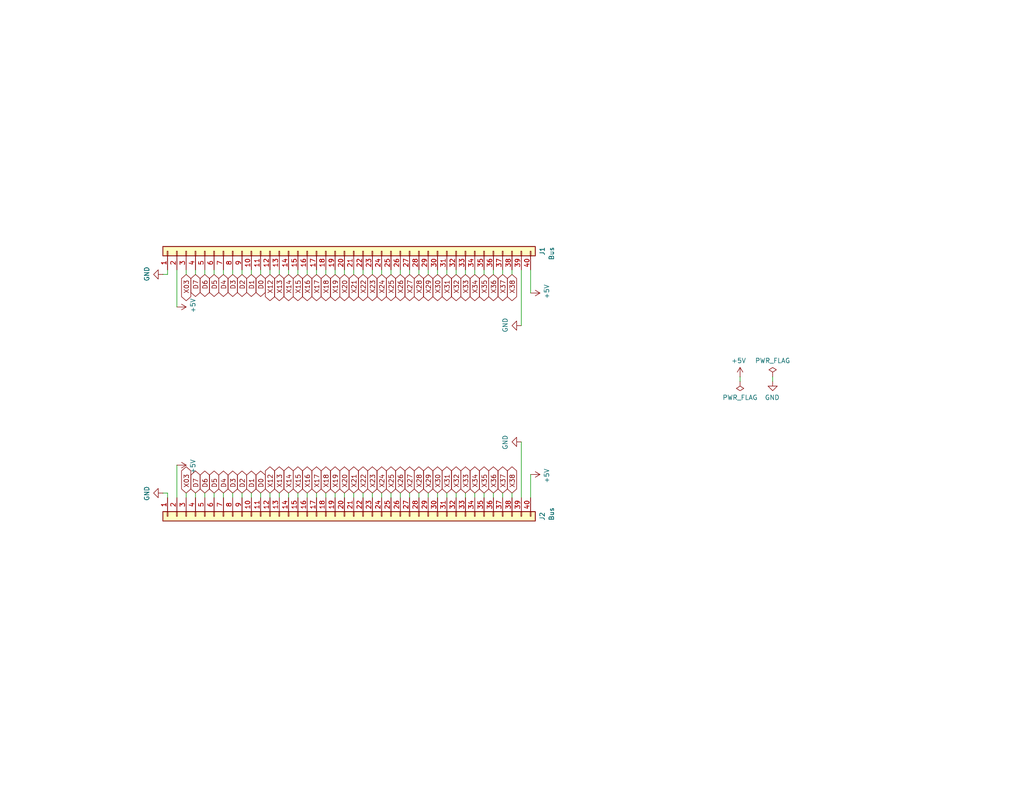
<source format=kicad_sch>
(kicad_sch (version 20231120) (generator "eeschema") (generator_version "8.0")
  (paper "USLetter")
  (title_block (title "SAP-Plus Bus Connector") (date "2024-09-07") (rev "1.0") (company "github.com/TomNisbet/sap-plus"))
  (lib_symbols
    (symbol "Connector_Generic:Conn_01x40" (pin_names (offset 1.016) hide)
      (property "Reference" "J" (at 0 50.8 0))
      (property "Value" "Conn_01x40" (at 0 -53.34 0))
      (symbol "Conn_01x40_1_1"
        (rectangle (start -1.27 -50.673) (end 0 -50.927) (stroke (width 0.1524)))
        (rectangle (start -1.27 -48.133) (end 0 -48.387) (stroke (width 0.1524)))
        (rectangle (start -1.27 -45.593) (end 0 -45.847) (stroke (width 0.1524)))
        (rectangle (start -1.27 -43.053) (end 0 -43.307) (stroke (width 0.1524)))
        (rectangle (start -1.27 -40.513) (end 0 -40.767) (stroke (width 0.1524)))
        (rectangle (start -1.27 -37.973) (end 0 -38.227) (stroke (width 0.1524)))
        (rectangle (start -1.27 -35.433) (end 0 -35.687) (stroke (width 0.1524)))
        (rectangle (start -1.27 -32.893) (end 0 -33.147) (stroke (width 0.1524)))
        (rectangle (start -1.27 -30.353) (end 0 -30.607) (stroke (width 0.1524)))
        (rectangle (start -1.27 -27.813) (end 0 -28.067) (stroke (width 0.1524)))
        (rectangle (start -1.27 -25.273) (end 0 -25.527) (stroke (width 0.1524)))
        (rectangle (start -1.27 -22.733) (end 0 -22.987) (stroke (width 0.1524)))
        (rectangle (start -1.27 -20.193) (end 0 -20.447) (stroke (width 0.1524)))
        (rectangle (start -1.27 -17.653) (end 0 -17.907) (stroke (width 0.1524)))
        (rectangle (start -1.27 -15.113) (end 0 -15.367) (stroke (width 0.1524)))
        (rectangle (start -1.27 -12.573) (end 0 -12.827) (stroke (width 0.1524)))
        (rectangle (start -1.27 -10.033) (end 0 -10.287) (stroke (width 0.1524)))
        (rectangle (start -1.27 -7.493) (end 0 -7.747) (stroke (width 0.1524)))
        (rectangle (start -1.27 -4.953) (end 0 -5.207) (stroke (width 0.1524)))
        (rectangle (start -1.27 -2.413) (end 0 -2.667) (stroke (width 0.1524)))
        (rectangle (start -1.27 0.127) (end 0 -0.127) (stroke (width 0.1524)))
        (rectangle (start -1.27 2.667) (end 0 2.413) (stroke (width 0.1524)))
        (rectangle (start -1.27 5.207) (end 0 4.953) (stroke (width 0.1524)))
        (rectangle (start -1.27 7.747) (end 0 7.493) (stroke (width 0.1524)))
        (rectangle (start -1.27 10.287) (end 0 10.033) (stroke (width 0.1524)))
        (rectangle (start -1.27 12.827) (end 0 12.573) (stroke (width 0.1524)))
        (rectangle (start -1.27 15.367) (end 0 15.113) (stroke (width 0.1524)))
        (rectangle (start -1.27 17.907) (end 0 17.653) (stroke (width 0.1524)))
        (rectangle (start -1.27 20.447) (end 0 20.193) (stroke (width 0.1524)))
        (rectangle (start -1.27 22.987) (end 0 22.733) (stroke (width 0.1524)))
        (rectangle (start -1.27 25.527) (end 0 25.273) (stroke (width 0.1524)))
        (rectangle (start -1.27 28.067) (end 0 27.813) (stroke (width 0.1524)))
        (rectangle (start -1.27 30.607) (end 0 30.353) (stroke (width 0.1524)))
        (rectangle (start -1.27 33.147) (end 0 32.893) (stroke (width 0.1524)))
        (rectangle (start -1.27 35.687) (end 0 35.433) (stroke (width 0.1524)))
        (rectangle (start -1.27 38.227) (end 0 37.973) (stroke (width 0.1524)))
        (rectangle (start -1.27 40.767) (end 0 40.513) (stroke (width 0.1524)))
        (rectangle (start -1.27 43.307) (end 0 43.053) (stroke (width 0.1524)))
        (rectangle (start -1.27 45.847) (end 0 45.593) (stroke (width 0.1524)))
        (rectangle (start -1.27 48.387) (end 0 48.133) (stroke (width 0.1524)))
        (rectangle (start -1.27 49.53) (end 1.27 -52.07) (stroke (width 0.254)) (fill (type background)))
        (pin passive line (at -5.08 48.26 0) (length 3.81) (name "Pin_1") (number "1"))
        (pin passive line (at -5.08 25.4 0) (length 3.81) (name "Pin_10") (number "10"))
        (pin passive line (at -5.08 22.86 0) (length 3.81) (name "Pin_11") (number "11"))
        (pin passive line (at -5.08 20.32 0) (length 3.81) (name "Pin_12") (number "12"))
        (pin passive line (at -5.08 17.78 0) (length 3.81) (name "Pin_13") (number "13"))
        (pin passive line (at -5.08 15.24 0) (length 3.81) (name "Pin_14") (number "14"))
        (pin passive line (at -5.08 12.7 0) (length 3.81) (name "Pin_15") (number "15"))
        (pin passive line (at -5.08 10.16 0) (length 3.81) (name "Pin_16") (number "16"))
        (pin passive line (at -5.08 7.62 0) (length 3.81) (name "Pin_17") (number "17"))
        (pin passive line (at -5.08 5.08 0) (length 3.81) (name "Pin_18") (number "18"))
        (pin passive line (at -5.08 2.54 0) (length 3.81) (name "Pin_19") (number "19"))
        (pin passive line (at -5.08 45.72 0) (length 3.81) (name "Pin_2") (number "2"))
        (pin passive line (at -5.08 0 0) (length 3.81) (name "Pin_20") (number "20"))
        (pin passive line (at -5.08 -2.54 0) (length 3.81) (name "Pin_21") (number "21"))
        (pin passive line (at -5.08 -5.08 0) (length 3.81) (name "Pin_22") (number "22"))
        (pin passive line (at -5.08 -7.62 0) (length 3.81) (name "Pin_23") (number "23"))
        (pin passive line (at -5.08 -10.16 0) (length 3.81) (name "Pin_24") (number "24"))
        (pin passive line (at -5.08 -12.7 0) (length 3.81) (name "Pin_25") (number "25"))
        (pin passive line (at -5.08 -15.24 0) (length 3.81) (name "Pin_26") (number "26"))
        (pin passive line (at -5.08 -17.78 0) (length 3.81) (name "Pin_27") (number "27"))
        (pin passive line (at -5.08 -20.32 0) (length 3.81) (name "Pin_28") (number "28"))
        (pin passive line (at -5.08 -22.86 0) (length 3.81) (name "Pin_29") (number "29"))
        (pin passive line (at -5.08 43.18 0) (length 3.81) (name "Pin_3") (number "3"))
        (pin passive line (at -5.08 -25.4 0) (length 3.81) (name "Pin_30") (number "30"))
        (pin passive line (at -5.08 -27.94 0) (length 3.81) (name "Pin_31") (number "31"))
        (pin passive line (at -5.08 -30.48 0) (length 3.81) (name "Pin_32") (number "32"))
        (pin passive line (at -5.08 -33.02 0) (length 3.81) (name "Pin_33") (number "33"))
        (pin passive line (at -5.08 -35.56 0) (length 3.81) (name "Pin_34") (number "34"))
        (pin passive line (at -5.08 -38.1 0) (length 3.81) (name "Pin_35") (number "35"))
        (pin passive line (at -5.08 -40.64 0) (length 3.81) (name "Pin_36") (number "36"))
        (pin passive line (at -5.08 -43.18 0) (length 3.81) (name "Pin_37") (number "37"))
        (pin passive line (at -5.08 -45.72 0) (length 3.81) (name "Pin_38") (number "38"))
        (pin passive line (at -5.08 -48.26 0) (length 3.81) (name "Pin_39") (number "39"))
        (pin passive line (at -5.08 40.64 0) (length 3.81) (name "Pin_4") (number "4"))
        (pin passive line (at -5.08 -50.8 0) (length 3.81) (name "Pin_40") (number "40"))
        (pin passive line (at -5.08 38.1 0) (length 3.81) (name "Pin_5") (number "5"))
        (pin passive line (at -5.08 35.56 0) (length 3.81) (name "Pin_6") (number "6"))
        (pin passive line (at -5.08 33.02 0) (length 3.81) (name "Pin_7") (number "7"))
        (pin passive line (at -5.08 30.48 0) (length 3.81) (name "Pin_8") (number "8"))
        (pin passive line (at -5.08 27.94 0) (length 3.81) (name "Pin_9") (number "9"))
      )
    )
    (symbol "power:+5V" (power) (pin_numbers hide) (pin_names (offset 0) hide)
      (property "Value" "+5V" (at 0 3.556 0))
      (symbol "+5V_0_1"
        (polyline (pts (xy -0.762 1.27) (xy 0 2.54)))
        (polyline (pts (xy 0 0) (xy 0 2.54)))
        (polyline (pts (xy 0 2.54) (xy 0.762 1.27)))
      )
      (symbol "+5V_1_1"
        (pin power_in line (at 0 0 90) (length 0) (name "~") (number "1"))
      )
    )
    (symbol "power:GND" (power) (pin_numbers hide) (pin_names (offset 0) hide)
      (property "Value" "GND" (at 0 -3.81 0))
      (symbol "GND_0_1"
        (polyline (pts (xy 0 0) (xy 0 -1.27) (xy 1.27 -1.27) (xy 0 -2.54) (xy -1.27 -1.27) (xy 0 -1.27)))
      )
      (symbol "GND_1_1"
        (pin power_in line (at 0 0 270) (length 0) (name "~") (number "1"))
      )
    )
    (symbol "power:PWR_FLAG" (power) (pin_numbers hide) (pin_names (offset 0) hide)
      (property "Value" "PWR_FLAG" (at 0 3.81 0))
      (symbol "PWR_FLAG_0_0"
        (pin power_out line (at 0 0 90) (length 0) (name "~") (number "1"))
      )
      (symbol "PWR_FLAG_0_1"
        (polyline (pts (xy 0 0) (xy 0 1.27) (xy -1.016 1.905) (xy 0 2.54) (xy 1.016 1.905) (xy 0 1.27)))
      )
    )
  )
  (wire (pts (xy 137.16 73.66) (xy 137.16 74.93)))
  (wire (pts (xy 86.36 134.62) (xy 86.36 135.89)))
  (wire (pts (xy 45.72 134.62) (xy 45.72 135.89)))
  (wire (pts (xy 48.26 73.66) (xy 48.26 83.82)))
  (wire (pts (xy 106.68 134.62) (xy 106.68 135.89)))
  (wire (pts (xy 68.58 74.93) (xy 68.58 73.66)))
  (wire (pts (xy 127 74.93) (xy 127 73.66)))
  (wire (pts (xy 111.76 74.93) (xy 111.76 73.66)))
  (wire (pts (xy 104.14 74.93) (xy 104.14 73.66)))
  (wire (pts (xy 119.38 134.62) (xy 119.38 135.89)))
  (wire (pts (xy 104.14 134.62) (xy 104.14 135.89)))
  (wire (pts (xy 58.42 134.62) (xy 58.42 135.89)))
  (wire (pts (xy 134.62 134.62) (xy 134.62 135.89)))
  (wire (pts (xy 60.96 74.93) (xy 60.96 73.66)))
  (wire (pts (xy 201.93 102.87) (xy 201.93 104.14)))
  (wire (pts (xy 55.88 74.93) (xy 55.88 73.66)))
  (wire (pts (xy 99.06 134.62) (xy 99.06 135.89)))
  (wire (pts (xy 144.78 129.54) (xy 144.78 135.89)))
  (wire (pts (xy 50.8 74.93) (xy 50.8 73.66)))
  (wire (pts (xy 142.24 135.89) (xy 142.24 120.65)))
  (wire (pts (xy 71.12 134.62) (xy 71.12 135.89)))
  (wire (pts (xy 99.06 74.93) (xy 99.06 73.66)))
  (wire (pts (xy 78.74 74.93) (xy 78.74 73.66)))
  (wire (pts (xy 119.38 74.93) (xy 119.38 73.66)))
  (wire (pts (xy 91.44 74.93) (xy 91.44 73.66)))
  (wire (pts (xy 127 134.62) (xy 127 135.89)))
  (wire (pts (xy 50.8 134.62) (xy 50.8 135.89)))
  (wire (pts (xy 66.04 74.93) (xy 66.04 73.66)))
  (wire (pts (xy 129.54 134.62) (xy 129.54 135.89)))
  (wire (pts (xy 60.96 134.62) (xy 60.96 135.89)))
  (wire (pts (xy 44.45 74.93) (xy 45.72 74.93)))
  (wire (pts (xy 101.6 74.93) (xy 101.6 73.66)))
  (wire (pts (xy 124.46 134.62) (xy 124.46 135.89)))
  (wire (pts (xy 129.54 73.66) (xy 129.54 74.93)))
  (wire (pts (xy 78.74 134.62) (xy 78.74 135.89)))
  (wire (pts (xy 63.5 74.93) (xy 63.5 73.66)))
  (wire (pts (xy 93.98 74.93) (xy 93.98 73.66)))
  (wire (pts (xy 71.12 74.93) (xy 71.12 73.66)))
  (wire (pts (xy 121.92 134.62) (xy 121.92 135.89)))
  (wire (pts (xy 76.2 74.93) (xy 76.2 73.66)))
  (wire (pts (xy 132.08 73.66) (xy 132.08 74.93)))
  (wire (pts (xy 109.22 74.93) (xy 109.22 73.66)))
  (wire (pts (xy 73.66 134.62) (xy 73.66 135.89)))
  (wire (pts (xy 66.04 134.62) (xy 66.04 135.89)))
  (wire (pts (xy 114.3 134.62) (xy 114.3 135.89)))
  (wire (pts (xy 53.34 134.62) (xy 53.34 135.89)))
  (wire (pts (xy 106.68 74.93) (xy 106.68 73.66)))
  (wire (pts (xy 142.24 73.66) (xy 142.24 88.9)))
  (wire (pts (xy 63.5 134.62) (xy 63.5 135.89)))
  (wire (pts (xy 86.36 74.93) (xy 86.36 73.66)))
  (wire (pts (xy 116.84 134.62) (xy 116.84 135.89)))
  (wire (pts (xy 210.82 102.87) (xy 210.82 104.14)))
  (wire (pts (xy 111.76 134.62) (xy 111.76 135.89)))
  (wire (pts (xy 88.9 134.62) (xy 88.9 135.89)))
  (wire (pts (xy 53.34 74.93) (xy 53.34 73.66)))
  (wire (pts (xy 55.88 134.62) (xy 55.88 135.89)))
  (wire (pts (xy 68.58 134.62) (xy 68.58 135.89)))
  (wire (pts (xy 83.82 74.93) (xy 83.82 73.66)))
  (wire (pts (xy 121.92 74.93) (xy 121.92 73.66)))
  (wire (pts (xy 45.72 74.93) (xy 45.72 73.66)))
  (wire (pts (xy 144.78 80.01) (xy 144.78 73.66)))
  (wire (pts (xy 88.9 74.93) (xy 88.9 73.66)))
  (wire (pts (xy 81.28 74.93) (xy 81.28 73.66)))
  (wire (pts (xy 81.28 134.62) (xy 81.28 135.89)))
  (wire (pts (xy 58.42 74.93) (xy 58.42 73.66)))
  (wire (pts (xy 48.26 135.89) (xy 48.26 127)))
  (wire (pts (xy 44.45 134.62) (xy 45.72 134.62)))
  (wire (pts (xy 124.46 74.93) (xy 124.46 73.66)))
  (wire (pts (xy 109.22 134.62) (xy 109.22 135.89)))
  (wire (pts (xy 134.62 73.66) (xy 134.62 74.93)))
  (wire (pts (xy 91.44 134.62) (xy 91.44 135.89)))
  (wire (pts (xy 139.7 73.66) (xy 139.7 74.93)))
  (wire (pts (xy 137.16 134.62) (xy 137.16 135.89)))
  (wire (pts (xy 73.66 74.93) (xy 73.66 73.66)))
  (wire (pts (xy 116.84 74.93) (xy 116.84 73.66)))
  (wire (pts (xy 101.6 134.62) (xy 101.6 135.89)))
  (wire (pts (xy 139.7 134.62) (xy 139.7 135.89)))
  (wire (pts (xy 96.52 134.62) (xy 96.52 135.89)))
  (wire (pts (xy 83.82 134.62) (xy 83.82 135.89)))
  (wire (pts (xy 76.2 134.62) (xy 76.2 135.89)))
  (wire (pts (xy 114.3 74.93) (xy 114.3 73.66)))
  (wire (pts (xy 96.52 74.93) (xy 96.52 73.66)))
  (wire (pts (xy 132.08 134.62) (xy 132.08 135.89)))
  (wire (pts (xy 93.98 134.62) (xy 93.98 135.89)))
  (global_label "D7" (shape bidirectional) (at 53.34 134.62 90) (property "Intersheetrefs" "${INTERSHEET_REFS}" (effects (hide yes))))
  (global_label "X38" (shape bidirectional) (at 139.7 74.93 270) (property "Intersheetrefs" "${INTERSHEET_REFS}" (effects (hide yes))))
  (global_label "D6" (shape bidirectional) (at 55.88 74.93 270) (property "Intersheetrefs" "${INTERSHEET_REFS}" (effects (hide yes))))
  (global_label "X19" (shape bidirectional) (at 91.44 134.62 90) (property "Intersheetrefs" "${INTERSHEET_REFS}" (effects (hide yes))))
  (global_label "X23" (shape bidirectional) (at 101.6 134.62 90) (property "Intersheetrefs" "${INTERSHEET_REFS}" (effects (hide yes))))
  (global_label "X36" (shape bidirectional) (at 134.62 74.93 270) (property "Intersheetrefs" "${INTERSHEET_REFS}" (effects (hide yes))))
  (global_label "X37" (shape bidirectional) (at 137.16 134.62 90) (property "Intersheetrefs" "${INTERSHEET_REFS}" (effects (hide yes))))
  (global_label "X12" (shape bidirectional) (at 73.66 74.93 270) (property "Intersheetrefs" "${INTERSHEET_REFS}" (effects (hide yes))))
  (global_label "X32" (shape bidirectional) (at 124.46 134.62 90) (property "Intersheetrefs" "${INTERSHEET_REFS}" (effects (hide yes))))
  (global_label "D4" (shape bidirectional) (at 60.96 134.62 90) (property "Intersheetrefs" "${INTERSHEET_REFS}" (effects (hide yes))))
  (global_label "X38" (shape bidirectional) (at 139.7 134.62 90) (property "Intersheetrefs" "${INTERSHEET_REFS}" (effects (hide yes))))
  (global_label "X30" (shape bidirectional) (at 119.38 74.93 270) (property "Intersheetrefs" "${INTERSHEET_REFS}" (effects (hide yes))))
  (global_label "X13" (shape bidirectional) (at 76.2 74.93 270) (property "Intersheetrefs" "${INTERSHEET_REFS}" (effects (hide yes))))
  (global_label "X16" (shape bidirectional) (at 83.82 134.62 90) (property "Intersheetrefs" "${INTERSHEET_REFS}" (effects (hide yes))))
  (global_label "X22" (shape bidirectional) (at 99.06 74.93 270) (property "Intersheetrefs" "${INTERSHEET_REFS}" (effects (hide yes))))
  (global_label "X31" (shape bidirectional) (at 121.92 74.93 270) (property "Intersheetrefs" "${INTERSHEET_REFS}" (effects (hide yes))))
  (global_label "X35" (shape bidirectional) (at 132.08 134.62 90) (property "Intersheetrefs" "${INTERSHEET_REFS}" (effects (hide yes))))
  (global_label "X30" (shape bidirectional) (at 119.38 134.62 90) (property "Intersheetrefs" "${INTERSHEET_REFS}" (effects (hide yes))))
  (global_label "X26" (shape bidirectional) (at 109.22 74.93 270) (property "Intersheetrefs" "${INTERSHEET_REFS}" (effects (hide yes))))
  (global_label "D5" (shape bidirectional) (at 58.42 134.62 90) (property "Intersheetrefs" "${INTERSHEET_REFS}" (effects (hide yes))))
  (global_label "D1" (shape bidirectional) (at 68.58 134.62 90) (property "Intersheetrefs" "${INTERSHEET_REFS}" (effects (hide yes))))
  (global_label "X20" (shape bidirectional) (at 93.98 74.93 270) (property "Intersheetrefs" "${INTERSHEET_REFS}" (effects (hide yes))))
  (global_label "X32" (shape bidirectional) (at 124.46 74.93 270) (property "Intersheetrefs" "${INTERSHEET_REFS}" (effects (hide yes))))
  (global_label "D7" (shape bidirectional) (at 53.34 74.93 270) (property "Intersheetrefs" "${INTERSHEET_REFS}" (effects (hide yes))))
  (global_label "X34" (shape bidirectional) (at 129.54 74.93 270) (property "Intersheetrefs" "${INTERSHEET_REFS}" (effects (hide yes))))
  (global_label "X18" (shape bidirectional) (at 88.9 134.62 90) (property "Intersheetrefs" "${INTERSHEET_REFS}" (effects (hide yes))))
  (global_label "D6" (shape bidirectional) (at 55.88 134.62 90) (property "Intersheetrefs" "${INTERSHEET_REFS}" (effects (hide yes))))
  (global_label "D0" (shape bidirectional) (at 71.12 134.62 90) (property "Intersheetrefs" "${INTERSHEET_REFS}" (effects (hide yes))))
  (global_label "X24" (shape bidirectional) (at 104.14 74.93 270) (property "Intersheetrefs" "${INTERSHEET_REFS}" (effects (hide yes))))
  (global_label "D3" (shape bidirectional) (at 63.5 134.62 90) (property "Intersheetrefs" "${INTERSHEET_REFS}" (effects (hide yes))))
  (global_label "X29" (shape bidirectional) (at 116.84 134.62 90) (property "Intersheetrefs" "${INTERSHEET_REFS}" (effects (hide yes))))
  (global_label "X23" (shape bidirectional) (at 101.6 74.93 270) (property "Intersheetrefs" "${INTERSHEET_REFS}" (effects (hide yes))))
  (global_label "X37" (shape bidirectional) (at 137.16 74.93 270) (property "Intersheetrefs" "${INTERSHEET_REFS}" (effects (hide yes))))
  (global_label "X03" (shape bidirectional) (at 50.8 134.62 90) (property "Intersheetrefs" "${INTERSHEET_REFS}" (effects (hide yes))))
  (global_label "D0" (shape bidirectional) (at 71.12 74.93 270) (property "Intersheetrefs" "${INTERSHEET_REFS}" (effects (hide yes))))
  (global_label "X21" (shape bidirectional) (at 96.52 134.62 90) (property "Intersheetrefs" "${INTERSHEET_REFS}" (effects (hide yes))))
  (global_label "X22" (shape bidirectional) (at 99.06 134.62 90) (property "Intersheetrefs" "${INTERSHEET_REFS}" (effects (hide yes))))
  (global_label "X25" (shape bidirectional) (at 106.68 134.62 90) (property "Intersheetrefs" "${INTERSHEET_REFS}" (effects (hide yes))))
  (global_label "D1" (shape bidirectional) (at 68.58 74.93 270) (property "Intersheetrefs" "${INTERSHEET_REFS}" (effects (hide yes))))
  (global_label "X35" (shape bidirectional) (at 132.08 74.93 270) (property "Intersheetrefs" "${INTERSHEET_REFS}" (effects (hide yes))))
  (global_label "X29" (shape bidirectional) (at 116.84 74.93 270) (property "Intersheetrefs" "${INTERSHEET_REFS}" (effects (hide yes))))
  (global_label "X26" (shape bidirectional) (at 109.22 134.62 90) (property "Intersheetrefs" "${INTERSHEET_REFS}" (effects (hide yes))))
  (global_label "X33" (shape bidirectional) (at 127 74.93 270) (property "Intersheetrefs" "${INTERSHEET_REFS}" (effects (hide yes))))
  (global_label "X14" (shape bidirectional) (at 78.74 134.62 90) (property "Intersheetrefs" "${INTERSHEET_REFS}" (effects (hide yes))))
  (global_label "X12" (shape bidirectional) (at 73.66 134.62 90) (property "Intersheetrefs" "${INTERSHEET_REFS}" (effects (hide yes))))
  (global_label "X20" (shape bidirectional) (at 93.98 134.62 90) (property "Intersheetrefs" "${INTERSHEET_REFS}" (effects (hide yes))))
  (global_label "X25" (shape bidirectional) (at 106.68 74.93 270) (property "Intersheetrefs" "${INTERSHEET_REFS}" (effects (hide yes))))
  (global_label "D5" (shape bidirectional) (at 58.42 74.93 270) (property "Intersheetrefs" "${INTERSHEET_REFS}" (effects (hide yes))))
  (global_label "X31" (shape bidirectional) (at 121.92 134.62 90) (property "Intersheetrefs" "${INTERSHEET_REFS}" (effects (hide yes))))
  (global_label "D4" (shape bidirectional) (at 60.96 74.93 270) (property "Intersheetrefs" "${INTERSHEET_REFS}" (effects (hide yes))))
  (global_label "X16" (shape bidirectional) (at 83.82 74.93 270) (property "Intersheetrefs" "${INTERSHEET_REFS}" (effects (hide yes))))
  (global_label "X27" (shape bidirectional) (at 111.76 134.62 90) (property "Intersheetrefs" "${INTERSHEET_REFS}" (effects (hide yes))))
  (global_label "X28" (shape bidirectional) (at 114.3 134.62 90) (property "Intersheetrefs" "${INTERSHEET_REFS}" (effects (hide yes))))
  (global_label "D3" (shape bidirectional) (at 63.5 74.93 270) (property "Intersheetrefs" "${INTERSHEET_REFS}" (effects (hide yes))))
  (global_label "X24" (shape bidirectional) (at 104.14 134.62 90) (property "Intersheetrefs" "${INTERSHEET_REFS}" (effects (hide yes))))
  (global_label "X15" (shape bidirectional) (at 81.28 134.62 90) (property "Intersheetrefs" "${INTERSHEET_REFS}" (effects (hide yes))))
  (global_label "X17" (shape bidirectional) (at 86.36 74.93 270) (property "Intersheetrefs" "${INTERSHEET_REFS}" (effects (hide yes))))
  (global_label "X33" (shape bidirectional) (at 127 134.62 90) (property "Intersheetrefs" "${INTERSHEET_REFS}" (effects (hide yes))))
  (global_label "D2" (shape bidirectional) (at 66.04 74.93 270) (property "Intersheetrefs" "${INTERSHEET_REFS}" (effects (hide yes))))
  (global_label "X21" (shape bidirectional) (at 96.52 74.93 270) (property "Intersheetrefs" "${INTERSHEET_REFS}" (effects (hide yes))))
  (global_label "X36" (shape bidirectional) (at 134.62 134.62 90) (property "Intersheetrefs" "${INTERSHEET_REFS}" (effects (hide yes))))
  (global_label "X15" (shape bidirectional) (at 81.28 74.93 270) (property "Intersheetrefs" "${INTERSHEET_REFS}" (effects (hide yes))))
  (global_label "X18" (shape bidirectional) (at 88.9 74.93 270) (property "Intersheetrefs" "${INTERSHEET_REFS}" (effects (hide yes))))
  (global_label "X03" (shape bidirectional) (at 50.8 74.93 270) (property "Intersheetrefs" "${INTERSHEET_REFS}" (effects (hide yes))))
  (global_label "X17" (shape bidirectional) (at 86.36 134.62 90) (property "Intersheetrefs" "${INTERSHEET_REFS}" (effects (hide yes))))
  (global_label "D2" (shape bidirectional) (at 66.04 134.62 90) (property "Intersheetrefs" "${INTERSHEET_REFS}" (effects (hide yes))))
  (global_label "X19" (shape bidirectional) (at 91.44 74.93 270) (property "Intersheetrefs" "${INTERSHEET_REFS}" (effects (hide yes))))
  (global_label "X34" (shape bidirectional) (at 129.54 134.62 90) (property "Intersheetrefs" "${INTERSHEET_REFS}" (effects (hide yes))))
  (global_label "X13" (shape bidirectional) (at 76.2 134.62 90) (property "Intersheetrefs" "${INTERSHEET_REFS}" (effects (hide yes))))
  (global_label "X27" (shape bidirectional) (at 111.76 74.93 270) (property "Intersheetrefs" "${INTERSHEET_REFS}" (effects (hide yes))))
  (global_label "X28" (shape bidirectional) (at 114.3 74.93 270) (property "Intersheetrefs" "${INTERSHEET_REFS}" (effects (hide yes))))
  (global_label "X14" (shape bidirectional) (at 78.74 74.93 270) (property "Intersheetrefs" "${INTERSHEET_REFS}" (effects (hide yes))))
  (symbol (lib_id "Connector_Generic:Conn_01x40") (at 93.98 68.58 90) (unit 1)
    (property "Reference" "J1" (at 147.955 68.58 0))
    (property "Value" "Bus" (at 150.495 69.215 0))
    (property "Footprint" "Connector_PinHeader_2.54mm:PinHeader_1x40_P2.54mm_Vertical" (effects (hide yes)))
  )
  (symbol (lib_id "power:GND") (at 44.45 74.93 270) (mirror x) (unit 1)
    (property "Reference" "#PWR01" (effects (hide yes)))
    (property "Value" "GND" (at 40.0558 74.803 0))
  )
  (symbol (lib_id "power:+5V") (at 144.78 80.01 270) (mirror x) (unit 1)
    (property "Reference" "#PWR019" (effects (hide yes)))
    (property "Value" "+5V" (at 149.1742 79.629 0))
  )
  (symbol (lib_id "Connector_Generic:Conn_01x40") (at 93.98 140.97 90) (mirror x) (unit 1)
    (property "Reference" "J2" (at 147.955 140.97 0))
    (property "Value" "Bus" (at 150.495 140.335 0))
    (property "Footprint" "Connector_PinHeader_2.54mm:PinHeader_1x40_P2.54mm_Vertical" (effects (hide yes)))
  )
  (symbol (lib_id "power:GND") (at 44.45 134.62 270) (unit 1)
    (property "Reference" "#PWR02" (effects (hide yes)))
    (property "Value" "GND" (at 40.0558 134.747 0))
  )
  (symbol (lib_id "power:+5V") (at 144.78 129.54 270) (unit 1)
    (property "Reference" "#PWR020" (effects (hide yes)))
    (property "Value" "+5V" (at 149.1742 129.921 0))
  )
  (symbol (lib_id "power:PWR_FLAG") (at 210.82 102.87 0) (unit 1)
    (property "Reference" "#FLG0101" (effects (hide yes)))
    (property "Value" "PWR_FLAG" (at 210.82 98.4758 0))
  )
  (symbol (lib_id "power:PWR_FLAG") (at 201.93 104.14 0) (mirror x) (unit 1)
    (property "Reference" "#FLG0102" (effects (hide yes)))
    (property "Value" "PWR_FLAG" (at 201.93 108.5342 0))
  )
  (symbol (lib_id "power:+5V") (at 201.93 102.87 0) (mirror y) (unit 1)
    (property "Reference" "#PWR0101" (effects (hide yes)))
    (property "Value" "+5V" (at 201.549 98.4758 0))
  )
  (symbol (lib_id "power:GND") (at 210.82 104.14 0) (mirror y) (unit 1)
    (property "Reference" "#PWR0102" (effects (hide yes)))
    (property "Value" "GND" (at 210.693 108.5342 0))
  )
  (symbol (lib_id "power:GND") (at 142.24 120.65 270) (unit 1)
    (property "Reference" "#PWR04" (effects (hide yes)))
    (property "Value" "GND" (at 137.8458 120.777 0))
  )
  (symbol (lib_id "power:GND") (at 142.24 88.9 270) (mirror x) (unit 1)
    (property "Reference" "#PWR05" (effects (hide yes)))
    (property "Value" "GND" (at 137.8458 88.773 0))
  )
  (symbol (lib_id "power:+5V") (at 48.26 83.82 270) (mirror x) (unit 1)
    (property "Reference" "#PWR06" (effects (hide yes)))
    (property "Value" "+5V" (at 52.6542 83.439 0))
  )
  (symbol (lib_id "power:+5V") (at 48.26 127 270) (unit 1)
    (property "Reference" "#PWR07" (effects (hide yes)))
    (property "Value" "+5V" (at 52.6542 127.381 0))
  )
)
</source>
